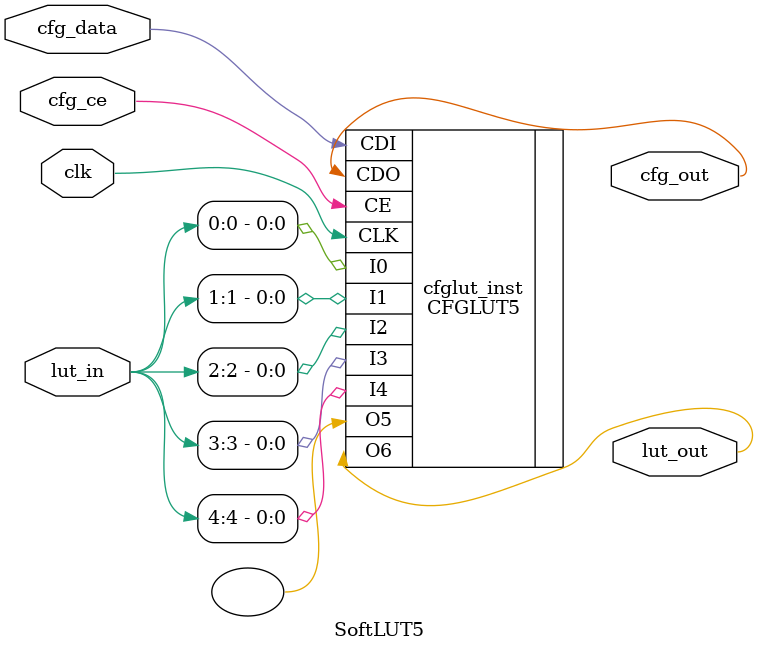
<source format=sv>

module SoftLUT5 (
    input logic clk,

    // Data path (combinational)
    input  logic [4:0] lut_in,
    output logic       lut_out,

    // Configuration interface (directly from AXI controller)
    input  logic cfg_ce,
    input  logic cfg_data,
    output logic cfg_out
);

  // Prevent Vivado from optimizing away the reconfigurable LUT
  (* dont_touch = "true", LOCK_PINS = "all" *)
  CFGLUT5 #(
      .INIT(32'h0000_0000)  // Power-on default (overwritten at runtime by PS)
  ) cfglut_inst (
      .O5 (),           // LUT4 output (unused — we use O6 for full LUT5)
      .O6 (lut_out),    // LUT5 output: INIT[{I4,I3,I2,I1,I0}]
      .I0 (lut_in[0]),
      .I1 (lut_in[1]),
      .I2 (lut_in[2]),
      .I3 (lut_in[3]),
      .I4 (lut_in[4]),  // Tie to 0 externally for LUT4 mode
      .CDI(cfg_data),   // Configuration Data In  (serial, LSB first)
      .CDO(cfg_out),    // Configuration Data Out (daisy-chain)
      .CE (cfg_ce),     // Configuration Enable
      .CLK(clk)         // Configuration Clock
  );

endmodule

</source>
